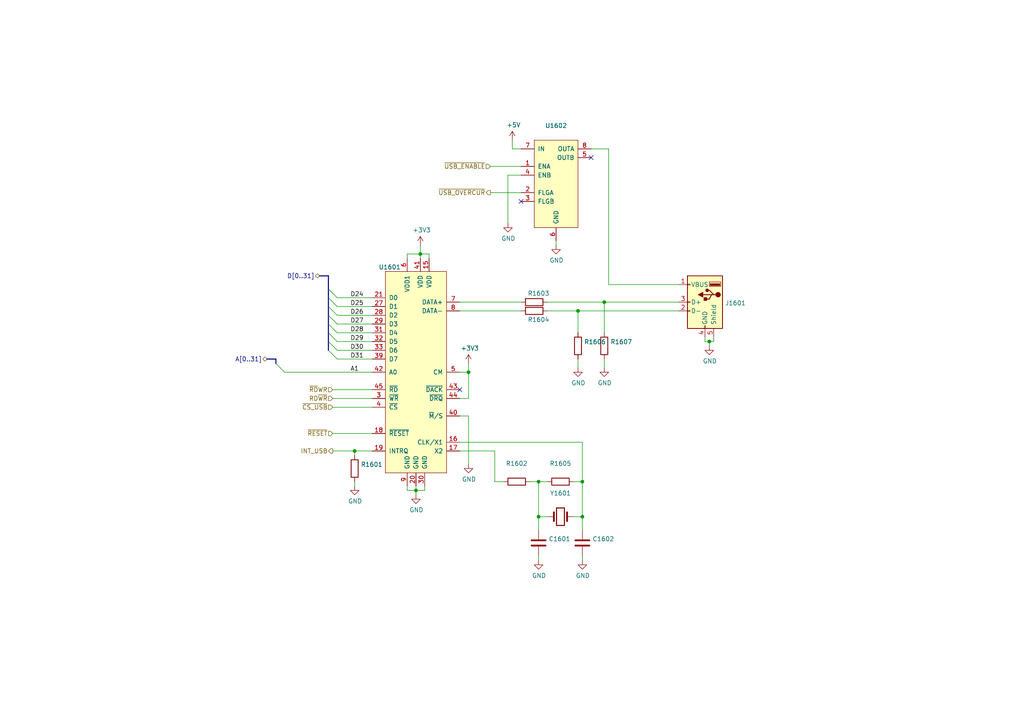
<source format=kicad_sch>
(kicad_sch (version 20211123) (generator eeschema)
  (paper "A4")
  (title_block (title "Y Ddraig Fawr") (company "Stephen Moody"))
  (lib_symbols
    (symbol "Connector:USB_A" (pin_names (offset 1.016))
      (property "Reference" "J" (at -5.08 11.43 0))
      (property "Value" "USB_A" (at -5.08 8.89 0))
      (symbol "USB_A_0_1"
        (rectangle (start -5.08 -7.62) (end 5.08 7.62) (stroke (width 0.254)) (fill (type background)))
        (circle (center -3.81 2.159) (radius 0.635) (stroke (width 0.254)) (fill (type outline)))
        (rectangle (start -1.524 4.826) (end -4.318 5.334) (fill (type outline)))
        (rectangle (start -1.27 4.572) (end -4.572 5.842))
        (circle (center -0.635 3.429) (radius 0.381) (stroke (width 0.254)) (fill (type outline)))
        (rectangle (start -0.127 -7.62) (end 0.127 -6.858))
        (polyline (pts (xy -3.175 2.159) (xy -2.54 2.159) (xy -1.27 3.429) (xy -0.635 3.429)) (stroke (width 0.254)))
        (polyline (pts (xy -2.54 2.159) (xy -1.905 2.159) (xy -1.27 0.889) (xy 0 0.889)) (stroke (width 0.254)))
        (polyline (pts (xy 0.635 2.794) (xy 0.635 1.524) (xy 1.905 2.159) (xy 0.635 2.794)) (stroke (width 0.254)) (fill (type outline)))
        (rectangle (start 0.254 1.27) (end -0.508 0.508) (stroke (width 0.254)) (fill (type outline)))
        (rectangle (start 5.08 -2.667) (end 4.318 -2.413))
        (rectangle (start 5.08 -0.127) (end 4.318 0.127))
        (rectangle (start 5.08 4.953) (end 4.318 5.207))
      )
      (symbol "USB_A_1_1"
        (polyline (pts (xy -1.905 2.159) (xy 0.635 2.159)) (stroke (width 0.254)))
        (pin power_in line (at 7.62 5.08 180) (length 2.54) (name "VBUS") (number "1"))
        (pin bidirectional line (at 7.62 -2.54 180) (length 2.54) (name "D-") (number "2"))
        (pin bidirectional line (at 7.62 0 180) (length 2.54) (name "D+") (number "3"))
        (pin power_in line (at 0 -10.16 90) (length 2.54) (name "GND") (number "4"))
        (pin passive line (at -2.54 -10.16 90) (length 2.54) (name "Shield") (number "5"))
      )
    )
    (symbol "Ddraig:RYC8220-2M" (pin_names (offset 1.016))
      (property "Reference" "U" (at -5.08 7.62 0))
      (property "Value" "RYC8220-2M" (at 6.35 7.62 0))
      (symbol "RYC8220-2M_0_1"
        (rectangle (start -6.35 6.35) (end 6.35 -19.05) (fill (type background)))
      )
      (symbol "RYC8220-2M_1_1"
        (pin input line (at -10.16 -1.27 0) (length 3.81) (name "ENA") (number "1"))
        (pin output line (at -10.16 -8.89 0) (length 3.81) (name "FLGA") (number "2"))
        (pin output line (at -10.16 -11.43 0) (length 3.81) (name "FLGB") (number "3"))
        (pin input line (at -10.16 -3.81 0) (length 3.81) (name "ENB") (number "4"))
        (pin output line (at 10.16 1.27 180) (length 3.81) (name "OUTB") (number "5"))
        (pin power_in line (at 0 -22.86 90) (length 3.81) (name "GND") (number "6"))
        (pin input line (at -10.16 3.81 0) (length 3.81) (name "IN") (number "7"))
        (pin output line (at 10.16 3.81 180) (length 3.81) (name "OUTA") (number "8"))
      )
    )
    (symbol "Ddraig:SL811HST-AXC" (pin_names (offset 1.016))
      (property "Reference" "U" (at 11.43 35.56 0))
      (property "Value" "SL811HST-AXC" (at 17.78 38.1 0))
      (symbol "SL811HST-AXC_0_1"
        (rectangle (start -8.89 29.21) (end 8.89 -29.21) (fill (type background)))
      )
      (symbol "SL811HST-AXC_1_1"
        (pin no_connect line (at 12.7 27.94 180) (length 3.81) hide (name "NC") (number "1"))
        (pin no_connect line (at 12.7 15.24 180) (length 3.81) hide (name "NC") (number "10"))
        (pin no_connect line (at 12.7 -1.27 180) (length 3.81) hide (name "NC") (number "11"))
        (pin no_connect line (at 12.7 -27.94 180) (length 3.81) hide (name "NC") (number "12"))
        (pin no_connect line (at 12.7 26.67 180) (length 3.81) hide (name "NC") (number "13"))
        (pin no_connect line (at 12.7 22.86 180) (length 3.81) hide (name "NC") (number "14"))
        (pin power_in line (at 3.81 33.02 270) (length 3.81) (name "VDD") (number "15"))
        (pin passive line (at 12.7 -20.32 180) (length 3.81) (name "CLK/X1") (number "16"))
        (pin passive line (at 12.7 -22.86 180) (length 3.81) (name "X2") (number "17"))
        (pin input line (at -12.7 -17.78 0) (length 3.81) (name "~{RESET}") (number "18"))
        (pin output line (at -12.7 -22.86 0) (length 3.81) (name "INTRQ") (number "19"))
        (pin no_connect line (at 12.7 16.51 180) (length 3.81) hide (name "NC") (number "2"))
        (pin power_in line (at 0 -33.02 90) (length 3.81) (name "GND") (number "20"))
        (pin bidirectional line (at -12.7 21.59 0) (length 3.81) (name "D0") (number "21"))
        (pin no_connect line (at 12.7 11.43 180) (length 3.81) hide (name "NC") (number "22"))
        (pin no_connect line (at 12.7 -24.13 180) (length 3.81) hide (name "NC") (number "23"))
        (pin no_connect line (at 12.7 -26.67 180) (length 3.81) hide (name "NC") (number "24"))
        (pin no_connect line (at 12.7 25.4 180) (length 3.81) hide (name "NC") (number "25"))
        (pin no_connect line (at 12.7 13.97 180) (length 3.81) hide (name "NC") (number "26"))
        (pin bidirectional line (at -12.7 19.05 0) (length 3.81) (name "D1") (number "27"))
        (pin bidirectional line (at -12.7 16.51 0) (length 3.81) (name "D2") (number "28"))
        (pin bidirectional line (at -12.7 13.97 0) (length 3.81) (name "D3") (number "29"))
        (pin input line (at -12.7 -7.62 0) (length 3.81) (name "~{WR}") (number "3"))
        (pin power_in line (at 2.54 -33.02 90) (length 3.81) (name "GND") (number "30"))
        (pin bidirectional line (at -12.7 11.43 0) (length 3.81) (name "D4") (number "31"))
        (pin bidirectional line (at -12.7 8.89 0) (length 3.81) (name "D5") (number "32"))
        (pin bidirectional line (at -12.7 6.35 0) (length 3.81) (name "D6") (number "33"))
        (pin no_connect line (at 12.7 8.89 180) (length 3.81) hide (name "NC") (number "34"))
        (pin no_connect line (at 12.7 -13.97 180) (length 3.81) hide (name "NC") (number "35"))
        (pin no_connect line (at 12.7 -25.4 180) (length 3.81) hide (name "NC") (number "36"))
        (pin no_connect line (at 12.7 24.13 180) (length 3.81) hide (name "NC") (number "37"))
        (pin no_connect line (at 12.7 12.7 180) (length 3.81) hide (name "NC") (number "38"))
        (pin bidirectional line (at -12.7 3.81 0) (length 3.81) (name "D7") (number "39"))
        (pin input line (at -12.7 -10.16 0) (length 3.81) (name "~{CS}") (number "4"))
        (pin input line (at 12.7 -12.7 180) (length 3.81) (name "~{M}/S") (number "40"))
        (pin power_in line (at 1.27 33.02 270) (length 3.81) (name "VDD") (number "41"))
        (pin input line (at -12.7 0 0) (length 3.81) (name "A0") (number "42"))
        (pin output line (at 12.7 -5.08 180) (length 3.81) (name "~{DACK}") (number "43"))
        (pin input line (at 12.7 -7.62 180) (length 3.81) (name "~{DRQ}") (number "44"))
        (pin input line (at -12.7 -5.08 0) (length 3.81) (name "~{RD}") (number "45"))
        (pin no_connect line (at 12.7 10.16 180) (length 3.81) hide (name "NC") (number "46"))
        (pin no_connect line (at 12.7 7.62 180) (length 3.81) hide (name "NC") (number "47"))
        (pin no_connect line (at 12.7 5.08 180) (length 3.81) hide (name "NC") (number "48"))
        (pin input line (at 12.7 0 180) (length 3.81) (name "CM") (number "5"))
        (pin power_in line (at -2.54 33.02 270) (length 3.81) (name "VDD1") (number "6"))
        (pin bidirectional line (at 12.7 20.32 180) (length 3.81) (name "DATA+") (number "7"))
        (pin bidirectional line (at 12.7 17.78 180) (length 3.81) (name "DATA-") (number "8"))
        (pin power_in line (at -2.54 -33.02 90) (length 3.81) (name "GND") (number "9"))
      )
    )
    (symbol "Device:C" (pin_numbers hide) (pin_names (offset 0.254))
      (property "Reference" "C" (at 0.635 2.54 0))
      (property "Value" "C" (at 0.635 -2.54 0))
      (symbol "C_0_1"
        (polyline (pts (xy -2.032 -0.762) (xy 2.032 -0.762)) (stroke (width 0.508)))
        (polyline (pts (xy -2.032 0.762) (xy 2.032 0.762)) (stroke (width 0.508)))
      )
      (symbol "C_1_1"
        (pin passive line (at 0 3.81 270) (length 2.794) (name "~") (number "1"))
        (pin passive line (at 0 -3.81 90) (length 2.794) (name "~") (number "2"))
      )
    )
    (symbol "Device:Crystal" (pin_numbers hide) (pin_names (offset 1.016) hide)
      (property "Reference" "Y" (at 0 3.81 0))
      (property "Value" "Crystal" (at 0 -3.81 0))
      (symbol "Crystal_0_1"
        (rectangle (start -1.143 2.54) (end 1.143 -2.54) (stroke (width 0.3048)))
        (polyline (pts (xy -2.54 0) (xy -1.905 0)))
        (polyline (pts (xy -1.905 -1.27) (xy -1.905 1.27)) (stroke (width 0.508)))
        (polyline (pts (xy 1.905 -1.27) (xy 1.905 1.27)) (stroke (width 0.508)))
        (polyline (pts (xy 2.54 0) (xy 1.905 0)))
      )
      (symbol "Crystal_1_1"
        (pin passive line (at -3.81 0 0) (length 1.27) (name "1") (number "1"))
        (pin passive line (at 3.81 0 180) (length 1.27) (name "2") (number "2"))
      )
    )
    (symbol "Device:R" (pin_numbers hide) (pin_names (offset 0))
      (property "Reference" "R" (at 2.032 0 90))
      (property "Value" "R" (at 0 0 90))
      (symbol "R_0_1"
        (rectangle (start -1.016 -2.54) (end 1.016 2.54) (stroke (width 0.254)))
      )
      (symbol "R_1_1"
        (pin passive line (at 0 3.81 270) (length 1.27) (name "~") (number "1"))
        (pin passive line (at 0 -3.81 90) (length 1.27) (name "~") (number "2"))
      )
    )
    (symbol "power:+3V3" (power) (pin_names (offset 0))
      (property "Value" "+3V3" (at 0 3.556 0))
      (symbol "+3V3_0_1"
        (polyline (pts (xy -0.762 1.27) (xy 0 2.54)))
        (polyline (pts (xy 0 0) (xy 0 2.54)))
        (polyline (pts (xy 0 2.54) (xy 0.762 1.27)))
      )
      (symbol "+3V3_1_1"
        (pin power_in line (at 0 0 90) (length 0) hide (name "+3V3") (number "1"))
      )
    )
    (symbol "power:+5V" (power) (pin_names (offset 0))
      (property "Value" "+5V" (at 0 3.556 0))
      (symbol "+5V_0_1"
        (polyline (pts (xy -0.762 1.27) (xy 0 2.54)))
        (polyline (pts (xy 0 0) (xy 0 2.54)))
        (polyline (pts (xy 0 2.54) (xy 0.762 1.27)))
      )
      (symbol "+5V_1_1"
        (pin power_in line (at 0 0 90) (length 0) hide (name "+5V") (number "1"))
      )
    )
    (symbol "power:GND" (power) (pin_names (offset 0))
      (property "Value" "GND" (at 0 -3.81 0))
      (symbol "GND_0_1"
        (polyline (pts (xy 0 0) (xy 0 -1.27) (xy 1.27 -1.27) (xy 0 -2.54) (xy -1.27 -1.27) (xy 0 -1.27)))
      )
      (symbol "GND_1_1"
        (pin power_in line (at 0 0 270) (length 0) hide (name "GND") (number "1"))
      )
    )
  )
  (junction (at 121.92 73.66))
  (junction (at 175.26 87.63))
  (junction (at 120.65 142.24))
  (junction (at 135.89 107.95))
  (junction (at 168.91 139.7))
  (junction (at 168.91 149.86))
  (junction (at 156.21 149.86))
  (junction (at 205.74 99.06))
  (junction (at 156.21 139.7))
  (junction (at 167.64 90.17))
  (junction (at 102.87 130.81))
  (no_connect (at 171.45 45.72))
  (no_connect (at 133.35 113.03))
  (no_connect (at 151.13 58.42))
  (bus_entry (at 95.25 93.98) (size 2.54 2.54))
  (bus_entry (at 95.25 88.9) (size 2.54 2.54))
  (bus_entry (at 80.01 105.41) (size 2.54 2.54))
  (bus_entry (at 95.25 91.44) (size 2.54 2.54))
  (bus_entry (at 95.25 96.52) (size 2.54 2.54))
  (bus_entry (at 95.25 86.36) (size 2.54 2.54))
  (bus_entry (at 95.25 83.82) (size 2.54 2.54))
  (bus_entry (at 95.25 99.06) (size 2.54 2.54))
  (bus_entry (at 95.25 101.6) (size 2.54 2.54))
  (wire (pts (xy 147.32 50.8) (xy 151.13 50.8)))
  (bus (pts (xy 95.25 96.52) (xy 95.25 99.06)))
  (wire (pts (xy 96.52 115.57) (xy 107.95 115.57)))
  (wire (pts (xy 133.35 107.95) (xy 135.89 107.95)))
  (wire (pts (xy 158.75 90.17) (xy 167.64 90.17)))
  (wire (pts (xy 175.26 106.68) (xy 175.26 104.14)))
  (wire (pts (xy 135.89 115.57) (xy 135.89 107.95)))
  (wire (pts (xy 207.01 99.06) (xy 207.01 97.79)))
  (wire (pts (xy 124.46 73.66) (xy 121.92 73.66)))
  (wire (pts (xy 176.53 43.18) (xy 176.53 82.55)))
  (wire (pts (xy 133.35 130.81) (xy 143.51 130.81)))
  (wire (pts (xy 107.95 113.03) (xy 96.52 113.03)))
  (wire (pts (xy 121.92 74.93) (xy 121.92 73.66)))
  (wire (pts (xy 142.24 48.26) (xy 151.13 48.26)))
  (wire (pts (xy 158.75 139.7) (xy 156.21 139.7)))
  (wire (pts (xy 204.47 99.06) (xy 205.74 99.06)))
  (wire (pts (xy 118.11 140.97) (xy 118.11 142.24)))
  (wire (pts (xy 143.51 139.7) (xy 146.05 139.7)))
  (wire (pts (xy 107.95 101.6) (xy 97.79 101.6)))
  (wire (pts (xy 175.26 87.63) (xy 196.85 87.63)))
  (wire (pts (xy 107.95 86.36) (xy 97.79 86.36)))
  (wire (pts (xy 156.21 149.86) (xy 156.21 139.7)))
  (wire (pts (xy 148.59 43.18) (xy 148.59 40.64)))
  (wire (pts (xy 107.95 118.11) (xy 96.52 118.11)))
  (wire (pts (xy 107.95 104.14) (xy 97.79 104.14)))
  (bus (pts (xy 95.25 93.98) (xy 95.25 96.52)))
  (wire (pts (xy 120.65 140.97) (xy 120.65 142.24)))
  (wire (pts (xy 133.35 128.27) (xy 168.91 128.27)))
  (wire (pts (xy 121.92 71.12) (xy 121.92 73.66)))
  (wire (pts (xy 102.87 130.81) (xy 107.95 130.81)))
  (wire (pts (xy 107.95 96.52) (xy 97.79 96.52)))
  (bus (pts (xy 95.25 86.36) (xy 95.25 88.9)))
  (wire (pts (xy 135.89 134.62) (xy 135.89 120.65)))
  (wire (pts (xy 171.45 43.18) (xy 176.53 43.18)))
  (wire (pts (xy 151.13 55.88) (xy 142.24 55.88)))
  (wire (pts (xy 133.35 115.57) (xy 135.89 115.57)))
  (wire (pts (xy 167.64 90.17) (xy 196.85 90.17)))
  (wire (pts (xy 151.13 90.17) (xy 133.35 90.17)))
  (wire (pts (xy 167.64 104.14) (xy 167.64 106.68)))
  (wire (pts (xy 205.74 99.06) (xy 207.01 99.06)))
  (wire (pts (xy 156.21 149.86) (xy 156.21 153.67)))
  (bus (pts (xy 95.25 80.01) (xy 92.71 80.01)))
  (wire (pts (xy 158.75 149.86) (xy 156.21 149.86)))
  (wire (pts (xy 156.21 139.7) (xy 153.67 139.7)))
  (wire (pts (xy 168.91 149.86) (xy 168.91 153.67)))
  (wire (pts (xy 168.91 128.27) (xy 168.91 139.7)))
  (wire (pts (xy 121.92 73.66) (xy 118.11 73.66)))
  (wire (pts (xy 161.29 69.85) (xy 161.29 71.12)))
  (wire (pts (xy 205.74 100.33) (xy 205.74 99.06)))
  (wire (pts (xy 204.47 97.79) (xy 204.47 99.06)))
  (bus (pts (xy 95.25 99.06) (xy 95.25 101.6)))
  (wire (pts (xy 196.85 82.55) (xy 176.53 82.55)))
  (wire (pts (xy 175.26 96.52) (xy 175.26 87.63)))
  (wire (pts (xy 168.91 139.7) (xy 168.91 149.86)))
  (wire (pts (xy 156.21 162.56) (xy 156.21 161.29)))
  (wire (pts (xy 124.46 74.93) (xy 124.46 73.66)))
  (wire (pts (xy 147.32 64.77) (xy 147.32 50.8)))
  (wire (pts (xy 120.65 142.24) (xy 123.19 142.24)))
  (wire (pts (xy 118.11 142.24) (xy 120.65 142.24)))
  (bus (pts (xy 95.25 88.9) (xy 95.25 91.44)))
  (bus (pts (xy 95.25 80.01) (xy 95.25 83.82)))
  (wire (pts (xy 107.95 91.44) (xy 97.79 91.44)))
  (wire (pts (xy 133.35 87.63) (xy 151.13 87.63)))
  (wire (pts (xy 107.95 88.9) (xy 97.79 88.9)))
  (wire (pts (xy 120.65 143.51) (xy 120.65 142.24)))
  (wire (pts (xy 135.89 120.65) (xy 133.35 120.65)))
  (wire (pts (xy 167.64 96.52) (xy 167.64 90.17)))
  (bus (pts (xy 80.01 104.14) (xy 77.47 104.14)))
  (wire (pts (xy 118.11 73.66) (xy 118.11 74.93)))
  (wire (pts (xy 96.52 125.73) (xy 107.95 125.73)))
  (wire (pts (xy 143.51 130.81) (xy 143.51 139.7)))
  (bus (pts (xy 80.01 105.41) (xy 80.01 104.14)))
  (wire (pts (xy 102.87 132.08) (xy 102.87 130.81)))
  (wire (pts (xy 107.95 93.98) (xy 97.79 93.98)))
  (wire (pts (xy 135.89 107.95) (xy 135.89 105.41)))
  (wire (pts (xy 107.95 107.95) (xy 82.55 107.95)))
  (wire (pts (xy 96.52 130.81) (xy 102.87 130.81)))
  (wire (pts (xy 168.91 162.56) (xy 168.91 161.29)))
  (bus (pts (xy 95.25 83.82) (xy 95.25 86.36)))
  (wire (pts (xy 158.75 87.63) (xy 175.26 87.63)))
  (wire (pts (xy 151.13 43.18) (xy 148.59 43.18)))
  (wire (pts (xy 107.95 99.06) (xy 97.79 99.06)))
  (wire (pts (xy 102.87 139.7) (xy 102.87 140.97)))
  (wire (pts (xy 123.19 142.24) (xy 123.19 140.97)))
  (wire (pts (xy 166.37 149.86) (xy 168.91 149.86)))
  (bus (pts (xy 95.25 91.44) (xy 95.25 93.98)))
  (wire (pts (xy 166.37 139.7) (xy 168.91 139.7)))
  (label "D26" (at 101.6 91.44 0))
  (label "D31" (at 101.6 104.14 0))
  (label "D24" (at 101.6 86.36 0))
  (label "A1" (at 101.6 107.95 0))
  (label "D30" (at 101.6 101.6 0))
  (label "D27" (at 101.6 93.98 0))
  (label "D29" (at 101.6 99.06 0))
  (label "D28" (at 101.6 96.52 0))
  (label "D25" (at 101.6 88.9 0))
  (hierarchical_label "~{CS_USB}" (shape input) (at 96.52 118.11 180))
  (hierarchical_label "A[0..31]" (shape bidirectional) (at 77.47 104.14 180))
  (hierarchical_label "D[0..31]" (shape bidirectional) (at 92.71 80.01 180))
  (hierarchical_label "INT_USB" (shape output) (at 96.52 130.81 180))
  (hierarchical_label "~{RD}WR" (shape input) (at 96.52 113.03 180))
  (hierarchical_label "~{USB_ENABLE}" (shape input) (at 142.24 48.26 180))
  (hierarchical_label "RD~{WR}" (shape input) (at 96.52 115.57 180))
  (hierarchical_label "~{USB_OVERCUR}" (shape output) (at 142.24 55.88 180))
  (hierarchical_label "~{RESET}" (shape input) (at 96.52 125.73 180))
  (symbol (lib_id "Ddraig:SL811HST-AXC") (at 120.65 107.95 0) (unit 1)
    (property "Reference" "U1601" (at 113.03 77.47 0))
  )
  (symbol (lib_id "Connector:USB_A") (at 204.47 87.63 0) (mirror y) (unit 1)
    (property "Reference" "J1601" (at 210.312 87.9094 0) (effects (justify right)))
    (property "Datasheet" " ~" (effects hide))
  )
  (symbol (lib_id "Device:Crystal") (at 162.56 149.86 0) (unit 1)
    (property "Reference" "Y1601" (at 162.56 143.0528 0))
  )
  (symbol (lib_id "Device:C") (at 156.21 157.48 0) (unit 1)
    (property "Reference" "C1601" (at 159.131 156.3116 0) (effects (justify left)))
  )
  (symbol (lib_id "Device:C") (at 168.91 157.48 0) (unit 1)
    (property "Reference" "C1602" (at 171.831 156.3116 0) (effects (justify left)))
  )
  (symbol (lib_id "Device:R") (at 154.94 87.63 270) (unit 1)
    (property "Reference" "R1603" (at 156.21 85.09 90))
  )
  (symbol (lib_id "Device:R") (at 154.94 90.17 270) (unit 1)
    (property "Reference" "R1604" (at 156.21 92.71 90))
  )
  (symbol (lib_id "power:GND") (at 156.21 162.56 0) (unit 1)
    (property "Reference" "#PWR01608" (effects hide))
  )
  (symbol (lib_id "power:GND") (at 168.91 162.56 0) (unit 1)
    (property "Reference" "#PWR01611" (effects hide))
  )
  (symbol (lib_id "power:GND") (at 120.65 143.51 0) (unit 1)
    (property "Reference" "#PWR01602" (effects hide))
  )
  (symbol (lib_id "Device:R") (at 162.56 139.7 270) (unit 1)
    (property "Reference" "R1605" (at 162.56 134.4422 90))
  )
  (symbol (lib_id "power:GND") (at 205.74 100.33 0) (unit 1)
    (property "Reference" "#PWR01613" (effects hide))
  )
  (symbol (lib_id "Device:R") (at 149.86 139.7 270) (unit 1)
    (property "Reference" "R1602" (at 149.86 134.4422 90))
  )
  (symbol (lib_id "Device:R") (at 167.64 100.33 0) (unit 1)
    (property "Reference" "R1606" (at 169.418 99.1616 0) (effects (justify left)))
  )
  (symbol (lib_id "Device:R") (at 175.26 100.33 0) (unit 1)
    (property "Reference" "R1607" (at 177.038 99.1616 0) (effects (justify left)))
  )
  (symbol (lib_id "power:GND") (at 167.64 106.68 0) (unit 1)
    (property "Reference" "#PWR01610" (effects hide))
  )
  (symbol (lib_id "power:GND") (at 175.26 106.68 0) (unit 1)
    (property "Reference" "#PWR01612" (effects hide))
  )
  (symbol (lib_id "power:+3V3") (at 121.92 71.12 0) (unit 1)
    (property "Reference" "#PWR01603" (effects hide))
  )
  (symbol (lib_id "Device:R") (at 102.87 135.89 0) (unit 1)
    (property "Reference" "R1601" (at 104.648 134.7216 0) (effects (justify left)))
  )
  (symbol (lib_id "power:GND") (at 102.87 140.97 0) (unit 1)
    (property "Reference" "#PWR01601" (effects hide))
  )
  (symbol (lib_id "power:+3V3") (at 135.89 105.41 0) (unit 1)
    (property "Reference" "#PWR01604" (effects hide))
  )
  (symbol (lib_id "power:GND") (at 135.89 134.62 0) (unit 1)
    (property "Reference" "#PWR01605" (effects hide))
  )
  (symbol (lib_id "Ddraig:RYC8220-2M") (at 161.29 46.99 0) (unit 1)
    (property "Reference" "U1602" (at 161.29 36.449 0))
  )
  (symbol (lib_id "power:+5V") (at 148.59 40.64 0) (unit 1)
    (property "Reference" "#PWR01607" (effects hide))
  )
  (symbol (lib_id "power:GND") (at 161.29 71.12 0) (unit 1)
    (property "Reference" "#PWR01609" (effects hide))
  )
  (symbol (lib_id "power:GND") (at 147.32 64.77 0) (unit 1)
    (property "Reference" "#PWR01606" (effects hide))
  )
)
</source>
